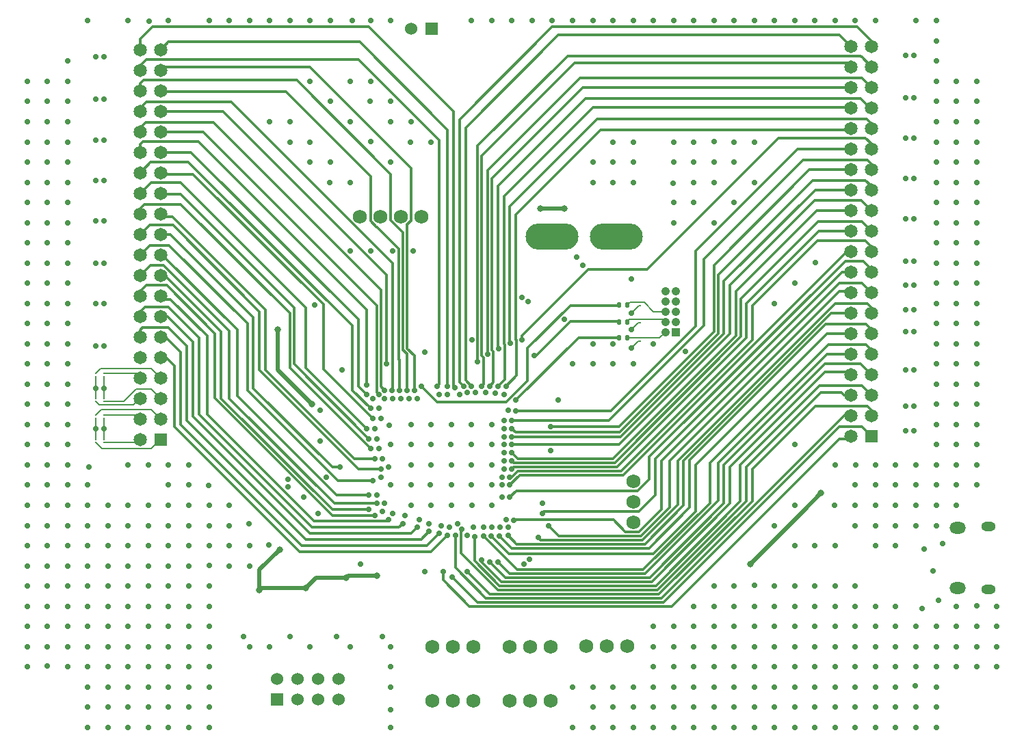
<source format=gbl>
%TF.GenerationSoftware,KiCad,Pcbnew,8.0.8*%
%TF.CreationDate,2025-03-22T13:34:13-05:00*%
%TF.ProjectId,ControllerPCB,436f6e74-726f-46c6-9c65-725043422e6b,rev?*%
%TF.SameCoordinates,Original*%
%TF.FileFunction,Copper,L4,Bot*%
%TF.FilePolarity,Positive*%
%FSLAX46Y46*%
G04 Gerber Fmt 4.6, Leading zero omitted, Abs format (unit mm)*
G04 Created by KiCad (PCBNEW 8.0.8) date 2025-03-22 13:34:13*
%MOMM*%
%LPD*%
G01*
G04 APERTURE LIST*
G04 Aperture macros list*
%AMRoundRect*
0 Rectangle with rounded corners*
0 $1 Rounding radius*
0 $2 $3 $4 $5 $6 $7 $8 $9 X,Y pos of 4 corners*
0 Add a 4 corners polygon primitive as box body*
4,1,4,$2,$3,$4,$5,$6,$7,$8,$9,$2,$3,0*
0 Add four circle primitives for the rounded corners*
1,1,$1+$1,$2,$3*
1,1,$1+$1,$4,$5*
1,1,$1+$1,$6,$7*
1,1,$1+$1,$8,$9*
0 Add four rect primitives between the rounded corners*
20,1,$1+$1,$2,$3,$4,$5,0*
20,1,$1+$1,$4,$5,$6,$7,0*
20,1,$1+$1,$6,$7,$8,$9,0*
20,1,$1+$1,$8,$9,$2,$3,0*%
G04 Aperture macros list end*
%TA.AperFunction,ComponentPad*%
%ADD10R,1.530000X1.530000*%
%TD*%
%TA.AperFunction,ComponentPad*%
%ADD11C,1.530000*%
%TD*%
%TA.AperFunction,ComponentPad*%
%ADD12C,1.752600*%
%TD*%
%TA.AperFunction,ComponentPad*%
%ADD13R,1.060000X1.060000*%
%TD*%
%TA.AperFunction,ComponentPad*%
%ADD14C,1.060000*%
%TD*%
%TA.AperFunction,SMDPad,CuDef*%
%ADD15R,0.280000X0.200000*%
%TD*%
%TA.AperFunction,ComponentPad*%
%ADD16O,6.540000X3.270000*%
%TD*%
%TA.AperFunction,SMDPad,CuDef*%
%ADD17RoundRect,0.135000X-0.135000X-0.185000X0.135000X-0.185000X0.135000X0.185000X-0.135000X0.185000X0*%
%TD*%
%TA.AperFunction,ComponentPad*%
%ADD18R,1.650000X1.650000*%
%TD*%
%TA.AperFunction,ComponentPad*%
%ADD19C,1.650000*%
%TD*%
%TA.AperFunction,HeatsinkPad*%
%ADD20O,1.800000X1.150000*%
%TD*%
%TA.AperFunction,HeatsinkPad*%
%ADD21O,2.000000X1.450000*%
%TD*%
%TA.AperFunction,ViaPad*%
%ADD22C,0.700000*%
%TD*%
%TA.AperFunction,ViaPad*%
%ADD23C,0.800000*%
%TD*%
%TA.AperFunction,Conductor*%
%ADD24C,0.300000*%
%TD*%
%TA.AperFunction,Conductor*%
%ADD25C,0.500000*%
%TD*%
%TA.AperFunction,Conductor*%
%ADD26C,0.200000*%
%TD*%
G04 APERTURE END LIST*
D10*
%TO.P,J201,1,Pin_1*%
%TO.N,/Power/9V+*%
X135020000Y-61000000D03*
D11*
%TO.P,J201,2,Pin_2*%
%TO.N,GND*%
X132480000Y-61000000D03*
%TD*%
D12*
%TO.P,J301,1,Pin_1*%
%TO.N,/MIDI OUT/+3.3V_MIDI_OUT*%
X160000000Y-117000000D03*
%TO.P,J301,2,Pin_2*%
%TO.N,/MIDI OUT/TX_MIDI_OUT*%
X160000000Y-119540000D03*
%TO.P,J301,3,Pin_3*%
%TO.N,GND*%
X160000000Y-122080000D03*
%TD*%
D13*
%TO.P,J108,01,01*%
%TO.N,+3.3V*%
X165250000Y-98540000D03*
D14*
%TO.P,J108,02,02*%
%TO.N,/CONN_SWDIO*%
X163980000Y-98540000D03*
%TO.P,J108,03,03*%
%TO.N,GND*%
X165250000Y-97270000D03*
%TO.P,J108,04,04*%
%TO.N,/CONN_SWCLK*%
X163980000Y-97270000D03*
%TO.P,J108,05,05*%
%TO.N,GND*%
X165250000Y-96000000D03*
%TO.P,J108,06,06*%
%TO.N,/CONN_SWO*%
X163980000Y-96000000D03*
%TO.P,J108,07,07*%
%TO.N,unconnected-(J108-Pad07)*%
X165250000Y-94730000D03*
%TO.P,J108,08,08*%
%TO.N,unconnected-(J108-Pad08)*%
X163980000Y-94730000D03*
%TO.P,J108,09,09*%
%TO.N,GND*%
X165250000Y-93460000D03*
%TO.P,J108,10,10*%
%TO.N,/CONN_NRST*%
X163980000Y-93460000D03*
%TD*%
D15*
%TO.P,D516,1,A1*%
%TO.N,GND*%
X94500000Y-106750000D03*
%TO.P,D516,2,A2*%
%TO.N,input_5*%
X94500000Y-107150000D03*
%TD*%
D16*
%TO.P,J202,2,2*%
%TO.N,GND*%
X157900000Y-86755000D03*
%TO.P,J202,1,1*%
%TO.N,/Power/9V+*%
X150000000Y-86755000D03*
%TD*%
D15*
%TO.P,D519,1,A1*%
%TO.N,GND*%
X94500000Y-111850000D03*
%TO.P,D519,2,A2*%
%TO.N,input_2*%
X94500000Y-112250000D03*
%TD*%
%TO.P,D514,1,A1*%
%TO.N,GND*%
X93500000Y-104100000D03*
%TO.P,D514,2,A2*%
%TO.N,input_7*%
X93500000Y-103700000D03*
%TD*%
D17*
%TO.P,R105,1*%
%TO.N,SWDCLK*%
X158215001Y-97268300D03*
%TO.P,R105,2*%
%TO.N,/CONN_SWCLK*%
X159235001Y-97268300D03*
%TD*%
D18*
%TO.P,J501,1,Pin_1*%
%TO.N,input_41*%
X189500000Y-111440000D03*
D19*
%TO.P,J501,2,Pin_2*%
%TO.N,input_42*%
X186960000Y-111440000D03*
%TO.P,J501,3,Pin_3*%
%TO.N,input_43*%
X189500000Y-108900000D03*
%TO.P,J501,4,Pin_4*%
%TO.N,input_44*%
X186960000Y-108900000D03*
%TO.P,J501,5,Pin_5*%
%TO.N,input_45*%
X189500000Y-106360000D03*
%TO.P,J501,6,Pin_6*%
%TO.N,input_46*%
X186960000Y-106360000D03*
%TO.P,J501,7,Pin_7*%
%TO.N,input_47*%
X189500000Y-103820000D03*
%TO.P,J501,8,Pin_8*%
%TO.N,input_48*%
X186960000Y-103820000D03*
%TO.P,J501,9,Pin_9*%
%TO.N,input_49*%
X189500000Y-101280000D03*
%TO.P,J501,10,Pin_10*%
%TO.N,input_50*%
X186960000Y-101280000D03*
%TO.P,J501,11,Pin_11*%
%TO.N,input_51*%
X189500000Y-98740000D03*
%TO.P,J501,12,Pin_12*%
%TO.N,input_52*%
X186960000Y-98740000D03*
%TO.P,J501,13,Pin_13*%
%TO.N,input_53*%
X189500000Y-96200000D03*
%TO.P,J501,14,Pin_14*%
%TO.N,input_54*%
X186960000Y-96200000D03*
%TO.P,J501,15,Pin_15*%
%TO.N,input_55*%
X189500000Y-93660000D03*
%TO.P,J501,16,Pin_16*%
%TO.N,input_56*%
X186960000Y-93660000D03*
%TO.P,J501,17,Pin_17*%
%TO.N,input_57*%
X189500000Y-91120000D03*
%TO.P,J501,18,Pin_18*%
%TO.N,input_58*%
X186960000Y-91120000D03*
%TO.P,J501,19,Pin_19*%
%TO.N,input_59*%
X189500000Y-88580000D03*
%TO.P,J501,20,Pin_20*%
%TO.N,input_60*%
X186960000Y-88580000D03*
%TO.P,J501,21,Pin_21*%
%TO.N,input_61*%
X189500000Y-86040000D03*
%TO.P,J501,22,Pin_22*%
%TO.N,input_62*%
X186960000Y-86040000D03*
%TO.P,J501,23,Pin_23*%
%TO.N,input_63*%
X189500000Y-83500000D03*
%TO.P,J501,24,Pin_24*%
%TO.N,input_64*%
X186960000Y-83500000D03*
%TO.P,J501,25,Pin_25*%
%TO.N,input_65*%
X189500000Y-80960000D03*
%TO.P,J501,26,Pin_26*%
%TO.N,input_66*%
X186960000Y-80960000D03*
%TO.P,J501,27,Pin_27*%
%TO.N,input_67*%
X189500000Y-78420000D03*
%TO.P,J501,28,Pin_28*%
%TO.N,input_68*%
X186960000Y-78420000D03*
%TO.P,J501,29,Pin_29*%
%TO.N,input_69*%
X189500000Y-75880000D03*
%TO.P,J501,30,Pin_30*%
%TO.N,input_70*%
X186960000Y-75880000D03*
%TO.P,J501,31,Pin_31*%
%TO.N,input_71*%
X189500000Y-73340000D03*
%TO.P,J501,32,Pin_32*%
%TO.N,input_72*%
X186960000Y-73340000D03*
%TO.P,J501,33,Pin_33*%
%TO.N,input_73*%
X189500000Y-70800000D03*
%TO.P,J501,34,Pin_34*%
%TO.N,input_74*%
X186960000Y-70800000D03*
%TO.P,J501,35,Pin_35*%
%TO.N,input_75*%
X189500000Y-68260000D03*
%TO.P,J501,36,Pin_36*%
%TO.N,input_76*%
X186960000Y-68260000D03*
%TO.P,J501,37,Pin_37*%
%TO.N,input_77*%
X189500000Y-65720000D03*
%TO.P,J501,38,Pin_38*%
%TO.N,input_78*%
X186960000Y-65720000D03*
%TO.P,J501,39,Pin_39*%
%TO.N,input_79*%
X189500000Y-63180000D03*
%TO.P,J501,40,Pin_40*%
%TO.N,input_80*%
X186960000Y-63180000D03*
%TD*%
D17*
%TO.P,R106,1*%
%TO.N,SWO*%
X158215001Y-95230000D03*
%TO.P,R106,2*%
%TO.N,/CONN_SWO*%
X159235001Y-95230000D03*
%TD*%
D15*
%TO.P,D515,1,A1*%
%TO.N,GND*%
X93500000Y-106750000D03*
%TO.P,D515,2,A2*%
%TO.N,input_6*%
X93500000Y-107150000D03*
%TD*%
D12*
%TO.P,J102,1,Pin_1*%
%TO.N,/Conn_String_1*%
X133790000Y-84250000D03*
%TO.P,J102,2,Pin_2*%
%TO.N,/Conn_String_2*%
X131250000Y-84250000D03*
%TO.P,J102,3,Pin_3*%
%TO.N,/Conn_String_3*%
X128710000Y-84250000D03*
%TO.P,J102,4,Pin_4*%
%TO.N,/Conn_String_4*%
X126170000Y-84250000D03*
%TD*%
D17*
%TO.P,R104,1*%
%TO.N,SWDIO*%
X158215001Y-99268300D03*
%TO.P,R104,2*%
%TO.N,/CONN_SWDIO*%
X159235001Y-99268300D03*
%TD*%
D15*
%TO.P,D107,1,A1*%
%TO.N,GND*%
X160875001Y-97400000D03*
%TO.P,D107,2,A2*%
%TO.N,/CONN_SWCLK*%
X160875001Y-97000000D03*
%TD*%
D20*
%TO.P,J107,6,Shield*%
%TO.N,unconnected-(J107-Shield-Pad6)_3*%
X204000000Y-122630000D03*
D21*
%TO.N,unconnected-(J107-Shield-Pad6)_1*%
X200200000Y-122780000D03*
%TO.N,unconnected-(J107-Shield-Pad6)_2*%
X200200000Y-130230000D03*
D20*
%TO.N,unconnected-(J107-Shield-Pad6)*%
X204000000Y-130380000D03*
%TD*%
D12*
%TO.P,J104,1,Pin_1*%
%TO.N,+3.3V*%
X149750000Y-137484399D03*
%TO.P,J104,2,Pin_2*%
%TO.N,ADC_MIDI_Ch*%
X147210000Y-137484399D03*
%TO.P,J104,3,Pin_3*%
%TO.N,GND*%
X144670000Y-137484399D03*
%TD*%
D15*
%TO.P,D517,1,A1*%
%TO.N,GND*%
X94500000Y-109250000D03*
%TO.P,D517,2,A2*%
%TO.N,input_4*%
X94500000Y-108850000D03*
%TD*%
%TO.P,D518,2,A2*%
%TO.N,input_3*%
X93500000Y-108850000D03*
%TO.P,D518,1,A1*%
%TO.N,GND*%
X93500000Y-109250000D03*
%TD*%
D10*
%TO.P,J101,1,Pin_1*%
%TO.N,ADC_String_1*%
X115910000Y-144024399D03*
D11*
%TO.P,J101,2,Pin_2*%
%TO.N,GND*%
X115910000Y-141484399D03*
%TO.P,J101,3,Pin_3*%
%TO.N,ADC_String_2*%
X118450000Y-144024399D03*
%TO.P,J101,4,Pin_4*%
%TO.N,GND*%
X118450000Y-141484399D03*
%TO.P,J101,5,Pin_5*%
%TO.N,ADC_String_3*%
X120990000Y-144024399D03*
%TO.P,J101,6,Pin_6*%
%TO.N,GND*%
X120990000Y-141484399D03*
%TO.P,J101,7,Pin_7*%
%TO.N,ADC_String_4*%
X123530000Y-144024399D03*
%TO.P,J101,8,Pin_8*%
%TO.N,GND*%
X123530000Y-141484399D03*
%TD*%
D12*
%TO.P,J103,1,Pin_1*%
%TO.N,+3.3V*%
X140256600Y-137484399D03*
%TO.P,J103,2,Pin_2*%
%TO.N,ADC_Octave*%
X137716600Y-137484399D03*
%TO.P,J103,3,Pin_3*%
%TO.N,GND*%
X135176600Y-137484399D03*
%TD*%
D15*
%TO.P,D104,1,A1*%
%TO.N,GND*%
X160875001Y-95280000D03*
%TO.P,D104,2,A2*%
%TO.N,/CONN_SWO*%
X160875001Y-94880000D03*
%TD*%
D12*
%TO.P,J105,1,Pin_1*%
%TO.N,+3.3V*%
X140256600Y-144234399D03*
%TO.P,J105,2,Pin_2*%
%TO.N,ADC_Mode*%
X137716600Y-144234399D03*
%TO.P,J105,3,Pin_3*%
%TO.N,GND*%
X135176600Y-144234399D03*
%TD*%
%TO.P,J109,1,Pin_1*%
%TO.N,+3.3V*%
X149750000Y-144250000D03*
%TO.P,J109,2,Pin_2*%
%TO.N,ADC_Bend*%
X147210000Y-144250000D03*
%TO.P,J109,3,Pin_3*%
%TO.N,GND*%
X144670000Y-144250000D03*
%TD*%
D15*
%TO.P,D520,1,A1*%
%TO.N,GND*%
X93500000Y-111850000D03*
%TO.P,D520,2,A2*%
%TO.N,input_1*%
X93500000Y-112250000D03*
%TD*%
D18*
%TO.P,J502,1,Pin_1*%
%TO.N,input_1*%
X101500000Y-111850000D03*
D19*
%TO.P,J502,2,Pin_2*%
%TO.N,input_2*%
X98960000Y-111850000D03*
%TO.P,J502,3,Pin_3*%
%TO.N,input_3*%
X101500000Y-109310000D03*
%TO.P,J502,4,Pin_4*%
%TO.N,input_4*%
X98960000Y-109310000D03*
%TO.P,J502,5,Pin_5*%
%TO.N,input_5*%
X101500000Y-106770000D03*
%TO.P,J502,6,Pin_6*%
%TO.N,input_6*%
X98960000Y-106770000D03*
%TO.P,J502,7,Pin_7*%
%TO.N,input_7*%
X101500000Y-104230000D03*
%TO.P,J502,8,Pin_8*%
%TO.N,input_8*%
X98960000Y-104230000D03*
%TO.P,J502,9,Pin_9*%
%TO.N,input_9*%
X101500000Y-101690000D03*
%TO.P,J502,10,Pin_10*%
%TO.N,input_10*%
X98960000Y-101690000D03*
%TO.P,J502,11,Pin_11*%
%TO.N,input_11*%
X101500000Y-99150000D03*
%TO.P,J502,12,Pin_12*%
%TO.N,input_12*%
X98960000Y-99150000D03*
%TO.P,J502,13,Pin_13*%
%TO.N,input_13*%
X101500000Y-96610000D03*
%TO.P,J502,14,Pin_14*%
%TO.N,input_14*%
X98960000Y-96610000D03*
%TO.P,J502,15,Pin_15*%
%TO.N,input_15*%
X101500000Y-94070000D03*
%TO.P,J502,16,Pin_16*%
%TO.N,input_16*%
X98960000Y-94070000D03*
%TO.P,J502,17,Pin_17*%
%TO.N,input_17*%
X101500000Y-91530000D03*
%TO.P,J502,18,Pin_18*%
%TO.N,input_18*%
X98960000Y-91530000D03*
%TO.P,J502,19,Pin_19*%
%TO.N,input_19*%
X101500000Y-88990000D03*
%TO.P,J502,20,Pin_20*%
%TO.N,input_20*%
X98960000Y-88990000D03*
%TO.P,J502,21,Pin_21*%
%TO.N,input_21*%
X101500000Y-86450000D03*
%TO.P,J502,22,Pin_22*%
%TO.N,input_22*%
X98960000Y-86450000D03*
%TO.P,J502,23,Pin_23*%
%TO.N,input_23*%
X101500000Y-83910000D03*
%TO.P,J502,24,Pin_24*%
%TO.N,input_24*%
X98960000Y-83910000D03*
%TO.P,J502,25,Pin_25*%
%TO.N,input_25*%
X101500000Y-81370000D03*
%TO.P,J502,26,Pin_26*%
%TO.N,input_26*%
X98960000Y-81370000D03*
%TO.P,J502,27,Pin_27*%
%TO.N,input_27*%
X101500000Y-78830000D03*
%TO.P,J502,28,Pin_28*%
%TO.N,input_28*%
X98960000Y-78830000D03*
%TO.P,J502,29,Pin_29*%
%TO.N,input_29*%
X101500000Y-76290000D03*
%TO.P,J502,30,Pin_30*%
%TO.N,input_30*%
X98960000Y-76290000D03*
%TO.P,J502,31,Pin_31*%
%TO.N,input_31*%
X101500000Y-73750000D03*
%TO.P,J502,32,Pin_32*%
%TO.N,input_32*%
X98960000Y-73750000D03*
%TO.P,J502,33,Pin_33*%
%TO.N,input_33*%
X101500000Y-71210000D03*
%TO.P,J502,34,Pin_34*%
%TO.N,input_34*%
X98960000Y-71210000D03*
%TO.P,J502,35,Pin_35*%
%TO.N,input_35*%
X101500000Y-68670000D03*
%TO.P,J502,36,Pin_36*%
%TO.N,input_36*%
X98960000Y-68670000D03*
%TO.P,J502,37,Pin_37*%
%TO.N,input_37*%
X101500000Y-66130000D03*
%TO.P,J502,38,Pin_38*%
%TO.N,input_38*%
X98960000Y-66130000D03*
%TO.P,J502,39,Pin_39*%
%TO.N,input_39*%
X101500000Y-63590000D03*
%TO.P,J502,40,Pin_40*%
%TO.N,input_40*%
X98960000Y-63590000D03*
%TD*%
D15*
%TO.P,D513,1,A1*%
%TO.N,GND*%
X94500000Y-104100000D03*
%TO.P,D513,2,A2*%
%TO.N,input_8*%
X94500000Y-103700000D03*
%TD*%
D12*
%TO.P,J106,1,Pin_1*%
%TO.N,+3.3V*%
X159256600Y-137468798D03*
%TO.P,J106,2,Pin_2*%
%TO.N,ADC_Slider*%
X156716600Y-137468798D03*
%TO.P,J106,3,Pin_3*%
%TO.N,GND*%
X154176600Y-137468798D03*
%TD*%
D15*
%TO.P,D111,1,A1*%
%TO.N,GND*%
X160875001Y-99650000D03*
%TO.P,D111,2,A2*%
%TO.N,/CONN_SWDIO*%
X160875001Y-99250000D03*
%TD*%
D22*
%TO.N,GND*%
X126250000Y-127250000D03*
X148750000Y-119750000D03*
X149750000Y-113250000D03*
X150750000Y-107000000D03*
X119250000Y-119000000D03*
X123250000Y-136250000D03*
X117500000Y-136250000D03*
X111750000Y-136250000D03*
X129000000Y-136250000D03*
X140025000Y-99500000D03*
X134250000Y-128250000D03*
X134750000Y-122250000D03*
X121000000Y-121000000D03*
X142500000Y-120000000D03*
X140070378Y-119987586D03*
X137500000Y-120000000D03*
X135000000Y-120000000D03*
X132500000Y-120000000D03*
X130000000Y-117500000D03*
X132500000Y-117500000D03*
X134909264Y-117477408D03*
X137500000Y-117500000D03*
X140000000Y-117500000D03*
X142500000Y-117500000D03*
X142500000Y-115000000D03*
X140000000Y-115000000D03*
X137500000Y-115000000D03*
X135000000Y-115000000D03*
X132500000Y-115000000D03*
X130000000Y-112500000D03*
X132500000Y-112500000D03*
X135000000Y-112500000D03*
X137466362Y-112480511D03*
X140000000Y-112500000D03*
X142500000Y-112500000D03*
X142500000Y-110000000D03*
X140000000Y-110000000D03*
X137494975Y-109994975D03*
X135003103Y-109993793D03*
X132516384Y-110017252D03*
X129818529Y-110087631D03*
X102500000Y-60000000D03*
X100089121Y-60028921D03*
X97482498Y-60008068D03*
X97500000Y-115000000D03*
X100000000Y-115000000D03*
X102500000Y-115000000D03*
X105000000Y-115000000D03*
X107476540Y-117510178D03*
X105013281Y-117486718D03*
X102500000Y-117500000D03*
X92673527Y-115234596D03*
X92500000Y-117500000D03*
X192500000Y-115000000D03*
X190000000Y-115000000D03*
X187570378Y-114989821D03*
X185000000Y-115000000D03*
X180000000Y-112500000D03*
X177500000Y-122500000D03*
X180000000Y-120000000D03*
X162500000Y-100000000D03*
X157479643Y-100036741D03*
X155000000Y-100000000D03*
X152500000Y-102500000D03*
X155000000Y-102500000D03*
X157500000Y-102500000D03*
X160000000Y-102500000D03*
X182514149Y-89916339D03*
X180000000Y-92500000D03*
X177500000Y-95000000D03*
X170000000Y-85000000D03*
X172500000Y-82500000D03*
X175000000Y-80000000D03*
X165000000Y-85000000D03*
X165000000Y-82500000D03*
X167500000Y-82500000D03*
X170007074Y-79996896D03*
X167500000Y-80000000D03*
X164916339Y-80090735D03*
X160000000Y-80000000D03*
X157500000Y-80000000D03*
X155000000Y-80000000D03*
X155000000Y-77500000D03*
X157500000Y-77500000D03*
X160000000Y-77500000D03*
X165000000Y-77500000D03*
X167500000Y-77500000D03*
X170000000Y-77500000D03*
X172500000Y-77500000D03*
X175000000Y-75000000D03*
X172500000Y-75000000D03*
X170030534Y-74976540D03*
X167500000Y-75000000D03*
X165000000Y-75000000D03*
X160000000Y-75000000D03*
X157500000Y-75000000D03*
X135003103Y-75033637D03*
X132500000Y-72500000D03*
X130000000Y-70000000D03*
X127500000Y-67500000D03*
X125000000Y-67500000D03*
X127437379Y-69966362D03*
X130000000Y-72500000D03*
X132469465Y-75068827D03*
X130000000Y-77500000D03*
X127507758Y-74998448D03*
X120000000Y-67500000D03*
X122546051Y-69966362D03*
X125000000Y-72500000D03*
X125000000Y-80000000D03*
X122475672Y-80030534D03*
X122500000Y-77500000D03*
X120000000Y-77500000D03*
X120000000Y-75000000D03*
X117500000Y-75000000D03*
X117500000Y-72500000D03*
X115000000Y-72500000D03*
X190000000Y-60000000D03*
X187501735Y-59984360D03*
X185000000Y-60000000D03*
X182500000Y-60000000D03*
X180000000Y-60000000D03*
X177500000Y-60000000D03*
X175000000Y-60000000D03*
X172500000Y-60000000D03*
X170000000Y-60000000D03*
X167500000Y-60000000D03*
X165058710Y-59999999D03*
X162500000Y-60000000D03*
X160000000Y-60000000D03*
X157500000Y-60000000D03*
X155000000Y-60000000D03*
X152500000Y-60000000D03*
X150000000Y-60000000D03*
X147500000Y-60000000D03*
X145000000Y-60000000D03*
X142500000Y-60000000D03*
X140000000Y-60000000D03*
X130000000Y-60000000D03*
X127500000Y-60000000D03*
X125197171Y-59966362D03*
X122500000Y-60000000D03*
X120000000Y-60000000D03*
X117500000Y-60000000D03*
X115000000Y-60000000D03*
X112500000Y-60000000D03*
X110000000Y-60000000D03*
X107500000Y-60000000D03*
X92500000Y-60000000D03*
X89982002Y-64984360D03*
X197500000Y-147500000D03*
X197500000Y-145000000D03*
X197500000Y-142500000D03*
X197500000Y-62500000D03*
X197500000Y-60000000D03*
X195000000Y-60000000D03*
X197500000Y-65000000D03*
X197557097Y-122513281D03*
X195000000Y-122500000D03*
X192500000Y-122500000D03*
X190000000Y-122500000D03*
X187500000Y-122500000D03*
X195000000Y-115000000D03*
X195000000Y-117500000D03*
X187500000Y-117500000D03*
X190000000Y-117500000D03*
X192500000Y-117500000D03*
X200000000Y-120000000D03*
X197500000Y-120000000D03*
X195000000Y-120000000D03*
X192500000Y-120000000D03*
X190000000Y-120000000D03*
X187500000Y-120000000D03*
X184935827Y-119979643D03*
X180000000Y-125000000D03*
X182500000Y-125000000D03*
X185000000Y-125000000D03*
X190000000Y-125000000D03*
X192500000Y-125000000D03*
X195000000Y-147500000D03*
X195000000Y-145000000D03*
X194894370Y-142343602D03*
X202500000Y-140000000D03*
X205000000Y-140000000D03*
X205000000Y-137500000D03*
X202500000Y-137500000D03*
X202500000Y-135000000D03*
X205000000Y-135000000D03*
X205000000Y-132500000D03*
X202553993Y-132484360D03*
X200000000Y-132500000D03*
X192500000Y-132500000D03*
X190000000Y-132500000D03*
X187500000Y-132500000D03*
X187500000Y-130000000D03*
X185000000Y-130000000D03*
X185000000Y-132500000D03*
X182500000Y-132500000D03*
X182500000Y-130000000D03*
X180000000Y-130000000D03*
X180000000Y-132500000D03*
X177500000Y-132500000D03*
X177500000Y-130000000D03*
X174987586Y-129938931D03*
X175000000Y-132500000D03*
X172500000Y-132500000D03*
X172500000Y-130000000D03*
X170000000Y-130000000D03*
X170000000Y-132500000D03*
X167500000Y-132500000D03*
X162500000Y-135000000D03*
X162500000Y-137500000D03*
X162500000Y-140000000D03*
X152500000Y-147500000D03*
X152500000Y-142500000D03*
X87491189Y-139862345D03*
X85000000Y-140000000D03*
X85000000Y-137500000D03*
X87500000Y-137500000D03*
X90000000Y-137500000D03*
X90000000Y-140000000D03*
X115000000Y-137500000D03*
X112500000Y-137500000D03*
X120000000Y-137500000D03*
X125000000Y-137500000D03*
X114895983Y-124895983D03*
X130000000Y-137500000D03*
X130000000Y-140000000D03*
X130000000Y-142500000D03*
X129971017Y-145350868D03*
X130000000Y-147500000D03*
X107500000Y-147500000D03*
X107500000Y-145000000D03*
X107500000Y-142500000D03*
X107500000Y-140000000D03*
X107500000Y-137500000D03*
X107500000Y-135000000D03*
X107500000Y-132500000D03*
X107500000Y-130000000D03*
X107537766Y-127457052D03*
X110000000Y-127500000D03*
X112500000Y-127500000D03*
X112446689Y-122284208D03*
X112500000Y-125000000D03*
X110000000Y-125000000D03*
X107500000Y-125000000D03*
X107500000Y-122500000D03*
X110000000Y-122500000D03*
X110018620Y-119961707D03*
X107500000Y-120000000D03*
X200000000Y-107500000D03*
X200000000Y-115000000D03*
X200000000Y-110000000D03*
X197500000Y-110000000D03*
X202500000Y-110000000D03*
X202500000Y-115000000D03*
X202500000Y-112500000D03*
X200000000Y-112500000D03*
X197500000Y-115000000D03*
X197500000Y-117500000D03*
X202500000Y-67500000D03*
X200000000Y-117500000D03*
X197500000Y-72500000D03*
X202500000Y-70000000D03*
X197500000Y-97500000D03*
X200000000Y-70000000D03*
X197500000Y-70000000D03*
X200000000Y-85000000D03*
X202500000Y-82500000D03*
X197500000Y-85000000D03*
X202500000Y-75000000D03*
X200000000Y-75000000D03*
X200000000Y-82500000D03*
X197500000Y-77500000D03*
X202500000Y-85000000D03*
X200000000Y-77500000D03*
X202500000Y-72500000D03*
X197500000Y-75000000D03*
X200000000Y-72500000D03*
X202500000Y-117500000D03*
X197500000Y-95000000D03*
X200000000Y-87500000D03*
X197500000Y-80000000D03*
X200000000Y-92500000D03*
X197500000Y-87500000D03*
X202500000Y-77500000D03*
X200000000Y-80000000D03*
X202500000Y-80000000D03*
X197500000Y-82500000D03*
X202500000Y-97500000D03*
X197500000Y-102500000D03*
X200000000Y-100000000D03*
X202500000Y-105000000D03*
X200000000Y-105000000D03*
X202500000Y-102500000D03*
X197500000Y-105000000D03*
X200000000Y-97500000D03*
X197500000Y-100000000D03*
X200000000Y-102500000D03*
X202500000Y-100000000D03*
X200000000Y-90000000D03*
X202500000Y-87500000D03*
X202500000Y-95000000D03*
X197500000Y-90000000D03*
X197500000Y-92500000D03*
X202500000Y-92500000D03*
X200000000Y-95000000D03*
X197500000Y-107500000D03*
X202500000Y-90000000D03*
X197500000Y-112500000D03*
X202500000Y-107500000D03*
X200000000Y-67500000D03*
X197500000Y-67500000D03*
X192500000Y-135000000D03*
X197500000Y-140000000D03*
X195000000Y-135000000D03*
X195000000Y-137500000D03*
X195000000Y-140000000D03*
X200000000Y-135000000D03*
X200000000Y-137500000D03*
X197500000Y-135000000D03*
X200000000Y-140000000D03*
X197500000Y-137500000D03*
X192500000Y-137500000D03*
X192500000Y-140000000D03*
X182500000Y-135000000D03*
X187500000Y-140000000D03*
X185000000Y-135000000D03*
X185000000Y-137500000D03*
X185000000Y-140000000D03*
X190000000Y-135000000D03*
X190000000Y-137500000D03*
X187500000Y-135000000D03*
X190000000Y-140000000D03*
X187500000Y-137500000D03*
X182500000Y-137500000D03*
X182500000Y-140000000D03*
X177500000Y-140000000D03*
X175000000Y-135000000D03*
X175000000Y-137500000D03*
X175000000Y-140000000D03*
X180000000Y-135000000D03*
X180000000Y-137500000D03*
X177500000Y-135000000D03*
X180000000Y-140000000D03*
X177500000Y-137500000D03*
X172500000Y-140000000D03*
X165000000Y-135000000D03*
X170000000Y-140000000D03*
X167500000Y-135000000D03*
X167500000Y-137500000D03*
X167500000Y-140000000D03*
X172500000Y-137500000D03*
X170000000Y-135000000D03*
X170000000Y-137500000D03*
X165000000Y-137500000D03*
X165000000Y-140000000D03*
X185000000Y-142500000D03*
X190000000Y-147500000D03*
X187500000Y-142500000D03*
X187500000Y-145000000D03*
X187500000Y-147500000D03*
X192500000Y-142500000D03*
X192500000Y-145000000D03*
X190000000Y-142500000D03*
X192500000Y-147500000D03*
X190000000Y-145000000D03*
X185000000Y-145000000D03*
X185000000Y-147500000D03*
X175000000Y-142500000D03*
X180000000Y-147500000D03*
X177500000Y-142500000D03*
X177500000Y-145000000D03*
X177500000Y-147500000D03*
X182500000Y-142500000D03*
X182500000Y-145000000D03*
X180000000Y-142500000D03*
X182500000Y-147500000D03*
X180000000Y-145000000D03*
X175000000Y-145000000D03*
X175000000Y-147500000D03*
X165000000Y-142500000D03*
X170000000Y-147500000D03*
X167500000Y-142500000D03*
X167500000Y-145000000D03*
X167500000Y-147500000D03*
X172500000Y-142500000D03*
X172500000Y-145000000D03*
X170000000Y-142500000D03*
X172500000Y-147500000D03*
X170000000Y-145000000D03*
X165000000Y-145000000D03*
X165000000Y-147500000D03*
X155000000Y-142500000D03*
X160000000Y-147500000D03*
X157500000Y-142500000D03*
X157500000Y-145000000D03*
X157500000Y-147500000D03*
X162500000Y-142500000D03*
X162500000Y-145000000D03*
X160000000Y-142500000D03*
X162500000Y-147500000D03*
X160000000Y-145000000D03*
X155000000Y-145000000D03*
X155000000Y-147500000D03*
X105000000Y-140000000D03*
X100000000Y-145000000D03*
X105000000Y-142500000D03*
X102500000Y-142500000D03*
X100000000Y-142500000D03*
X105000000Y-147500000D03*
X102500000Y-147500000D03*
X105000000Y-145000000D03*
X100000000Y-147500000D03*
X102500000Y-145000000D03*
X102500000Y-140000000D03*
X100000000Y-140000000D03*
X97500000Y-140000000D03*
X92500000Y-145000000D03*
X97500000Y-142500000D03*
X95000000Y-142500000D03*
X92500000Y-142500000D03*
X97500000Y-147500000D03*
X95000000Y-147500000D03*
X97500000Y-145000000D03*
X92500000Y-147500000D03*
X95000000Y-145000000D03*
X95000000Y-140000000D03*
X92500000Y-140000000D03*
X105000000Y-130000000D03*
X100000000Y-135000000D03*
X105000000Y-132500000D03*
X102500000Y-132500000D03*
X100000000Y-132500000D03*
X105000000Y-137500000D03*
X102500000Y-137500000D03*
X105000000Y-135000000D03*
X100000000Y-137500000D03*
X102500000Y-135000000D03*
X102500000Y-130000000D03*
X100000000Y-130000000D03*
X97500000Y-130000000D03*
X92500000Y-135000000D03*
X97500000Y-132500000D03*
X95000000Y-132500000D03*
X92500000Y-132500000D03*
X97500000Y-137500000D03*
X95000000Y-137500000D03*
X97500000Y-135000000D03*
X92500000Y-137500000D03*
X95000000Y-135000000D03*
X95000000Y-130000000D03*
X92500000Y-130000000D03*
X105000000Y-120000000D03*
X100000000Y-125000000D03*
X105000000Y-122500000D03*
X102500000Y-122500000D03*
X100000000Y-122500000D03*
X105000000Y-127500000D03*
X102500000Y-127500000D03*
X105000000Y-125000000D03*
X100000000Y-127500000D03*
X102500000Y-125000000D03*
X102500000Y-120000000D03*
X100000000Y-120000000D03*
X97500000Y-120000000D03*
X92500000Y-125000000D03*
X97500000Y-122500000D03*
X95000000Y-122500000D03*
X92500000Y-122500000D03*
X97500000Y-127500000D03*
X95000000Y-127500000D03*
X97500000Y-125000000D03*
X92500000Y-127500000D03*
X95000000Y-125000000D03*
X95000000Y-120000000D03*
X92500000Y-120000000D03*
X90000000Y-127500000D03*
X85000000Y-132500000D03*
X90000000Y-130000000D03*
X87500000Y-130000000D03*
X85000000Y-130000000D03*
X90000000Y-135000000D03*
X87500000Y-135000000D03*
X90000000Y-132500000D03*
X85000000Y-135000000D03*
X87500000Y-132500000D03*
X87500000Y-127500000D03*
X85000000Y-127500000D03*
X90000000Y-117500000D03*
X85000000Y-122500000D03*
X90000000Y-120000000D03*
X87500000Y-120000000D03*
X85000000Y-120000000D03*
X90000000Y-125000000D03*
X87500000Y-125000000D03*
X90000000Y-122500000D03*
X85000000Y-125000000D03*
X87500000Y-122500000D03*
X87500000Y-117500000D03*
X85000000Y-117500000D03*
X90000000Y-107500000D03*
X85000000Y-112500000D03*
X90000000Y-110000000D03*
X87500000Y-110000000D03*
X85000000Y-110000000D03*
X90000000Y-115000000D03*
X87500000Y-115000000D03*
X90000000Y-112500000D03*
X85000000Y-115000000D03*
X87500000Y-112500000D03*
X87500000Y-107500000D03*
X85000000Y-107500000D03*
X90000000Y-97500000D03*
X85000000Y-102500000D03*
X90000000Y-100000000D03*
X87500000Y-100000000D03*
X85000000Y-100000000D03*
X90000000Y-105000000D03*
X87500000Y-105000000D03*
X90000000Y-102500000D03*
X85000000Y-105000000D03*
X87500000Y-102500000D03*
X87500000Y-97500000D03*
X85000000Y-97500000D03*
X90000000Y-87500000D03*
X85000000Y-92500000D03*
X90000000Y-90000000D03*
X87500000Y-90000000D03*
X85000000Y-90000000D03*
X90000000Y-95000000D03*
X87500000Y-95000000D03*
X90000000Y-92500000D03*
X85000000Y-95000000D03*
X87500000Y-92500000D03*
X87500000Y-87500000D03*
X85000000Y-87500000D03*
X90000000Y-77500000D03*
X85000000Y-82500000D03*
X90000000Y-80000000D03*
X87500000Y-80000000D03*
X85000000Y-80000000D03*
X90000000Y-85000000D03*
X87500000Y-85000000D03*
X90000000Y-82500000D03*
X85000000Y-85000000D03*
X87500000Y-82500000D03*
X87500000Y-77500000D03*
X85000000Y-77500000D03*
X90000000Y-75000000D03*
X87500000Y-75000000D03*
X85000000Y-75000000D03*
X87500000Y-72500000D03*
X90000000Y-72500000D03*
X85000000Y-72500000D03*
X90000000Y-70000000D03*
X87500000Y-70000000D03*
X85000000Y-70000000D03*
X90000000Y-67500000D03*
X87500000Y-67500000D03*
X85000000Y-67500000D03*
X144500000Y-108250000D03*
X144000000Y-109500000D03*
X144000000Y-110500000D03*
X144000000Y-111500000D03*
X144000000Y-112500000D03*
X144000000Y-113500000D03*
X144000000Y-114500000D03*
X144000000Y-115500000D03*
X143750000Y-116500000D03*
X143750000Y-117500000D03*
X143750000Y-119000000D03*
X144250000Y-121750000D03*
X144500000Y-122750000D03*
X143500000Y-122750000D03*
X142500000Y-122750000D03*
X141500000Y-122750000D03*
X140250000Y-122750000D03*
X138250000Y-122250000D03*
X137250000Y-122750000D03*
X136250000Y-122500000D03*
X133500000Y-121750000D03*
X131750000Y-121250000D03*
X130250000Y-121000000D03*
X129000000Y-120750000D03*
X129250000Y-119750000D03*
X128250000Y-118750000D03*
X128750000Y-116500000D03*
X129750000Y-115250000D03*
X129000000Y-114250000D03*
X128500000Y-113000000D03*
X128250000Y-111750000D03*
X128000000Y-110500000D03*
X128750000Y-109250000D03*
X128500000Y-108000000D03*
X144000000Y-106250000D03*
X142965394Y-106103817D03*
X141750000Y-106000000D03*
X140500000Y-106000000D03*
X139500000Y-106000000D03*
X138500000Y-106250000D03*
X137000000Y-106250000D03*
X136000000Y-106250000D03*
X133250000Y-106750000D03*
X132250000Y-106750000D03*
X131250000Y-106750000D03*
X130250000Y-106750000D03*
X129250000Y-106750000D03*
X127750000Y-106750000D03*
D23*
%TO.N,+3.3V*%
X120250000Y-107500000D03*
X116000000Y-98250000D03*
X116250000Y-125500000D03*
X113750000Y-130500000D03*
X119500000Y-130250000D03*
X124500000Y-129000000D03*
X128250000Y-128750000D03*
X174500000Y-127250000D03*
X183250000Y-118500000D03*
X151500000Y-83250000D03*
X148500000Y-83250000D03*
D22*
%TO.N,GND*%
X94500000Y-64500000D03*
X93500000Y-64500000D03*
X94500000Y-69750000D03*
X93500000Y-69750000D03*
X94500000Y-74750000D03*
X93500000Y-74750000D03*
X94500000Y-79750000D03*
X93500000Y-79750000D03*
X94500000Y-84750000D03*
X93500000Y-84750000D03*
X94500000Y-90000000D03*
X93500000Y-90000000D03*
X94500000Y-95000000D03*
X93500000Y-95000000D03*
X94500000Y-100250000D03*
X93500000Y-100250000D03*
X94500000Y-105500000D03*
X93500000Y-105500000D03*
X94500000Y-110500000D03*
X93500000Y-110500000D03*
X194750000Y-64250000D03*
X193750000Y-64250000D03*
X194750000Y-69500000D03*
X193750000Y-69500000D03*
X194750000Y-74500000D03*
X193750000Y-74500000D03*
X194750000Y-79500000D03*
X193750000Y-79500000D03*
X194750000Y-84500000D03*
X193750000Y-84500000D03*
X194750000Y-110750000D03*
X193750000Y-110750000D03*
X194750000Y-107750000D03*
X193750000Y-107750000D03*
X194750000Y-103250000D03*
X193750000Y-103250000D03*
X194750000Y-98500000D03*
X193750000Y-98500000D03*
X194750000Y-95750000D03*
X194750000Y-89750000D03*
X193750000Y-89750000D03*
X194750000Y-92750000D03*
X193750000Y-92750000D03*
X193750000Y-95750000D03*
X159750000Y-100500000D03*
X159750000Y-92000000D03*
X159750000Y-96250000D03*
X159750000Y-98250000D03*
X195800000Y-132755000D03*
X121250000Y-108250000D03*
X197805000Y-131755000D03*
X196050000Y-125425000D03*
X153000000Y-89250000D03*
X151500000Y-97000000D03*
X120550000Y-95212500D03*
X153750000Y-90250000D03*
X122000000Y-116500000D03*
X117250000Y-117750000D03*
X124000000Y-103250000D03*
X147180000Y-126680000D03*
X166500000Y-100980000D03*
X121250000Y-112000000D03*
X197075000Y-128100000D03*
X146500000Y-127250000D03*
X146250000Y-94250000D03*
X198300000Y-124755000D03*
X134250000Y-101000000D03*
X117250000Y-116750000D03*
X127500000Y-88500000D03*
X139450000Y-123750000D03*
X147000000Y-94750000D03*
X132750000Y-88500000D03*
X125000000Y-88500000D03*
X130250000Y-88500000D03*
%TO.N,input_26*%
X127000000Y-110500000D03*
%TO.N,input_16*%
X128000000Y-121250000D03*
%TO.N,input_35*%
X131074460Y-105743146D03*
%TO.N,input_39*%
X137000000Y-105250000D03*
%TO.N,input_17*%
X127250000Y-120500000D03*
%TO.N,input_36*%
X131973777Y-105778262D03*
%TO.N,input_12*%
X134750000Y-123250000D03*
%TO.N,input_19*%
X127250000Y-118750000D03*
%TO.N,input_9*%
X137000000Y-123750000D03*
%TO.N,input_21*%
X123750000Y-115250000D03*
%TO.N,input_24*%
X127500000Y-113000000D03*
%TO.N,input_32*%
X129250000Y-105750000D03*
%TO.N,input_28*%
X127500000Y-108000000D03*
%TO.N,input_15*%
X129750000Y-121750000D03*
%TO.N,input_18*%
X128250000Y-119750000D03*
%TO.N,input_31*%
X128500000Y-106250000D03*
%TO.N,input_34*%
X130174489Y-105750628D03*
%TO.N,input_29*%
X127000000Y-106250000D03*
%TO.N,input_27*%
X127750000Y-109250000D03*
%TO.N,input_40*%
X137950000Y-105450000D03*
%TO.N,input_25*%
X127250000Y-111750000D03*
%TO.N,input_20*%
X127750000Y-116971880D03*
%TO.N,input_13*%
X133250000Y-122750000D03*
%TO.N,input_14*%
X131500000Y-122250000D03*
%TO.N,input_38*%
X135750000Y-105250000D03*
%TO.N,input_37*%
X132970467Y-105785002D03*
%TO.N,input_23*%
X128000000Y-114250000D03*
%TO.N,input_30*%
X127036705Y-105125640D03*
%TO.N,input_33*%
X129500000Y-102500000D03*
%TO.N,input_22*%
X128750000Y-115500000D03*
%TO.N,input_11*%
X136000000Y-123500000D03*
%TO.N,SWDIO*%
X145500000Y-107000000D03*
%TO.N,SWDCLK*%
X147750000Y-101500000D03*
%TO.N,SWO*%
X133750000Y-105250000D03*
%TO.N,input_61*%
X145000000Y-114500000D03*
%TO.N,input_76*%
X142250000Y-105250000D03*
%TO.N,input_43*%
X139500000Y-128250000D03*
%TO.N,input_67*%
X145000000Y-109500000D03*
%TO.N,input_78*%
X141250000Y-105250000D03*
%TO.N,input_74*%
X143250000Y-105250000D03*
%TO.N,input_62*%
X145000000Y-115500000D03*
%TO.N,input_80*%
X140000000Y-105250000D03*
%TO.N,input_53*%
X148250000Y-124000000D03*
%TO.N,input_69*%
X146250000Y-99500000D03*
%TO.N,input_68*%
X149750000Y-110250000D03*
%TO.N,input_70*%
X145500000Y-108328120D03*
%TO.N,input_52*%
X142450000Y-123800000D03*
%TO.N,input_41*%
X137625000Y-128875000D03*
%TO.N,input_77*%
X140750000Y-102250000D03*
%TO.N,input_46*%
X138750000Y-123000000D03*
%TO.N,input_63*%
X145000000Y-112500000D03*
%TO.N,input_49*%
X141450000Y-123800000D03*
%TO.N,input_60*%
X144750000Y-117500000D03*
%TO.N,input_73*%
X143375000Y-100625000D03*
%TO.N,input_56*%
X149500000Y-122500000D03*
%TO.N,input_45*%
X140375000Y-123875000D03*
%TO.N,input_48*%
X141250000Y-126750000D03*
%TO.N,input_47*%
X142250000Y-127000000D03*
%TO.N,input_44*%
X138000000Y-123750000D03*
%TO.N,input_58*%
X148750000Y-121000000D03*
%TO.N,input_54*%
X144500000Y-123750000D03*
%TO.N,input_79*%
X139000000Y-105250000D03*
%TO.N,input_42*%
X136500000Y-128250000D03*
%TO.N,input_59*%
X144750000Y-116500000D03*
%TO.N,input_65*%
X145000000Y-110500000D03*
%TO.N,input_57*%
X144750000Y-119000000D03*
%TO.N,input_72*%
X144250000Y-105250000D03*
%TO.N,input_75*%
X142000000Y-101250000D03*
%TO.N,input_50*%
X143250000Y-127000000D03*
%TO.N,input_51*%
X143450000Y-123800000D03*
%TO.N,input_71*%
X144804522Y-99945478D03*
%TO.N,input_55*%
X145250000Y-121850000D03*
%TO.N,input_66*%
X145000000Y-111500000D03*
%TO.N,input_64*%
X145000000Y-113500000D03*
%TO.N,GND*%
X172500000Y-135000000D03*
%TD*%
D24*
%TO.N,input_64*%
X182750000Y-83500000D02*
X186960000Y-83500000D01*
X172750000Y-93500000D02*
X182750000Y-83500000D01*
X157500000Y-114250000D02*
X172750000Y-99000000D01*
X145750000Y-114250000D02*
X157500000Y-114250000D01*
X172750000Y-99000000D02*
X172750000Y-93500000D01*
X145000000Y-113500000D02*
X145750000Y-114250000D01*
%TO.N,input_61*%
X188325000Y-84865000D02*
X189500000Y-86040000D01*
X182885000Y-84865000D02*
X188325000Y-84865000D01*
X173353553Y-94396447D02*
X182885000Y-84865000D01*
X157707106Y-114750000D02*
X173353553Y-99103553D01*
X145250000Y-114750000D02*
X157707106Y-114750000D01*
X173353553Y-99103553D02*
X173353553Y-94396447D01*
X145000000Y-114500000D02*
X145250000Y-114750000D01*
%TO.N,input_62*%
X174000000Y-95000000D02*
X182960000Y-86040000D01*
X182960000Y-86040000D02*
X186960000Y-86040000D01*
X174000000Y-99250000D02*
X174000000Y-95000000D01*
X158000000Y-115250000D02*
X174000000Y-99250000D01*
X145000000Y-115500000D02*
X145250000Y-115250000D01*
X145250000Y-115250000D02*
X158000000Y-115250000D01*
%TO.N,input_59*%
X189500000Y-88000000D02*
X189500000Y-88580000D01*
X182785000Y-87215000D02*
X188715000Y-87215000D01*
X174750000Y-95250000D02*
X182785000Y-87215000D01*
X158500000Y-115750000D02*
X174750000Y-99500000D01*
X145739950Y-115750000D02*
X158500000Y-115750000D01*
X174750000Y-99500000D02*
X174750000Y-95250000D01*
X188715000Y-87215000D02*
X189500000Y-88000000D01*
X144989950Y-116500000D02*
X145739950Y-115750000D01*
X144750000Y-116500000D02*
X144989950Y-116500000D01*
%TO.N,input_60*%
X186790000Y-88750000D02*
X186960000Y-88580000D01*
X186250000Y-88750000D02*
X186790000Y-88750000D01*
X158750000Y-116250000D02*
X186250000Y-88750000D01*
X146000000Y-116250000D02*
X158750000Y-116250000D01*
X144750000Y-117500000D02*
X146000000Y-116250000D01*
%TO.N,input_80*%
X185530000Y-61750000D02*
X186960000Y-63180000D01*
X150750000Y-61750000D02*
X185530000Y-61750000D01*
X139250000Y-73250000D02*
X150750000Y-61750000D01*
X139250000Y-104500000D02*
X139250000Y-73250000D01*
X140000000Y-105250000D02*
X139250000Y-104500000D01*
%TO.N,input_79*%
X187750000Y-60750000D02*
X189500000Y-62500000D01*
X150000000Y-60750000D02*
X187750000Y-60750000D01*
X138500000Y-72250000D02*
X150000000Y-60750000D01*
X139000000Y-105250000D02*
X138500000Y-104750000D01*
X138500000Y-104750000D02*
X138500000Y-72250000D01*
X189500000Y-62500000D02*
X189500000Y-63180000D01*
%TO.N,input_40*%
X127250000Y-60750000D02*
X100500000Y-60750000D01*
X100500000Y-60750000D02*
X98960000Y-62290000D01*
X137750000Y-105250000D02*
X137750000Y-71250000D01*
X137750000Y-71250000D02*
X127250000Y-60750000D01*
X98960000Y-62290000D02*
X98960000Y-63590000D01*
X137950000Y-105450000D02*
X137750000Y-105250000D01*
%TO.N,input_78*%
X152750000Y-65250000D02*
X186490000Y-65250000D01*
X141250000Y-76750000D02*
X152750000Y-65250000D01*
X141250000Y-101489950D02*
X141250000Y-76750000D01*
X141450000Y-101689950D02*
X141250000Y-101489950D01*
X141450000Y-105050000D02*
X141450000Y-101689950D01*
X141250000Y-105250000D02*
X141450000Y-105050000D01*
X186490000Y-65250000D02*
X186960000Y-65720000D01*
%TO.N,input_12*%
X98960000Y-98290000D02*
X98960000Y-99150000D01*
X102475000Y-97975000D02*
X99275000Y-97975000D01*
X99275000Y-97975000D02*
X98960000Y-98290000D01*
X104750000Y-109500000D02*
X104750000Y-100250000D01*
X119500000Y-124250000D02*
X104750000Y-109500000D01*
X134750000Y-123250000D02*
X133750000Y-124250000D01*
X133750000Y-124250000D02*
X119500000Y-124250000D01*
X104750000Y-100250000D02*
X102475000Y-97975000D01*
%TO.N,input_35*%
X101580000Y-68750000D02*
X101500000Y-68670000D01*
X128250000Y-85500000D02*
X128225749Y-85500000D01*
X131000000Y-88250000D02*
X128250000Y-85500000D01*
X127483700Y-79233700D02*
X117000000Y-68750000D01*
X131000000Y-101925540D02*
X131000000Y-88250000D01*
X127483700Y-84757951D02*
X127483700Y-79233700D01*
X131074460Y-102000000D02*
X131000000Y-101925540D01*
X128225749Y-85500000D02*
X127483700Y-84757951D01*
X117000000Y-68750000D02*
X101580000Y-68750000D01*
%TO.N,SWO*%
X152250000Y-95250000D02*
X158250000Y-95250000D01*
X144250000Y-107250000D02*
X146950000Y-104550000D01*
X135750000Y-107250000D02*
X144250000Y-107250000D01*
X146950000Y-100550000D02*
X152250000Y-95250000D01*
X133750000Y-105250000D02*
X135750000Y-107250000D01*
X146950000Y-104550000D02*
X146950000Y-100550000D01*
D25*
%TO.N,+3.3V*%
X116000000Y-103250000D02*
X120250000Y-107500000D01*
X116000000Y-98250000D02*
X116000000Y-103250000D01*
D24*
%TO.N,input_24*%
X98960000Y-83290000D02*
X98960000Y-83910000D01*
X99515000Y-82735000D02*
X98960000Y-83290000D01*
X117500000Y-96250000D02*
X103985000Y-82735000D01*
X103985000Y-82735000D02*
X99515000Y-82735000D01*
X117500000Y-103000000D02*
X117500000Y-96250000D01*
X127500000Y-113000000D02*
X117500000Y-103000000D01*
%TO.N,input_23*%
X103000000Y-84250000D02*
X101840000Y-84250000D01*
X114500000Y-95750000D02*
X103000000Y-84250000D01*
X101840000Y-84250000D02*
X101500000Y-83910000D01*
X114500000Y-103250000D02*
X114500000Y-95750000D01*
X128000000Y-114250000D02*
X125500000Y-114250000D01*
X125500000Y-114250000D02*
X114500000Y-103250000D01*
%TO.N,input_22*%
X100135000Y-85275000D02*
X98960000Y-86450000D01*
X103025000Y-85275000D02*
X100135000Y-85275000D01*
X113750000Y-103260050D02*
X113750000Y-96000000D01*
X113750000Y-96000000D02*
X103025000Y-85275000D01*
X128750000Y-115500000D02*
X125989950Y-115500000D01*
X125989950Y-115500000D02*
X113750000Y-103260050D01*
%TO.N,input_20*%
X102565000Y-87815000D02*
X100135000Y-87815000D01*
X112250000Y-97500000D02*
X102565000Y-87815000D01*
X100135000Y-87815000D02*
X98960000Y-88990000D01*
X112250000Y-105760050D02*
X112250000Y-97500000D01*
X123461830Y-116971880D02*
X112250000Y-105760050D01*
X127750000Y-116971880D02*
X123461830Y-116971880D01*
%TO.N,input_21*%
X102700000Y-86450000D02*
X101500000Y-86450000D01*
X113000000Y-96750000D02*
X102700000Y-86450000D01*
X113000000Y-105500000D02*
X113000000Y-96750000D01*
X122750000Y-115250000D02*
X113000000Y-105500000D01*
X123750000Y-115250000D02*
X122750000Y-115250000D01*
D25*
%TO.N,+3.3V*%
X113750000Y-128000000D02*
X116250000Y-125500000D01*
X113750000Y-130500000D02*
X113750000Y-128000000D01*
X114000000Y-130250000D02*
X113750000Y-130500000D01*
X119500000Y-130250000D02*
X114000000Y-130250000D01*
X120750000Y-129000000D02*
X119500000Y-130250000D01*
X124500000Y-129000000D02*
X120750000Y-129000000D01*
X124750000Y-128750000D02*
X124500000Y-129000000D01*
X128250000Y-128750000D02*
X124750000Y-128750000D01*
D24*
%TO.N,input_41*%
X188325000Y-110265000D02*
X189500000Y-111440000D01*
X163750000Y-132000000D02*
X185485000Y-110265000D01*
X140750000Y-132000000D02*
X163750000Y-132000000D01*
X137625000Y-128875000D02*
X140750000Y-132000000D01*
X185485000Y-110265000D02*
X188325000Y-110265000D01*
%TO.N,input_42*%
X185500000Y-111750000D02*
X186650000Y-111750000D01*
X186650000Y-111750000D02*
X186960000Y-111440000D01*
X139750000Y-132500000D02*
X164750000Y-132500000D01*
X164750000Y-132500000D02*
X185500000Y-111750000D01*
X136500000Y-129250000D02*
X139750000Y-132500000D01*
X136500000Y-128250000D02*
X136500000Y-129250000D01*
D25*
%TO.N,+3.3V*%
X181000000Y-120750000D02*
X174500000Y-127250000D01*
X183250000Y-118500000D02*
X181000000Y-120750000D01*
X148500000Y-83250000D02*
X151500000Y-83250000D01*
D24*
%TO.N,input_44*%
X186560000Y-108500000D02*
X186960000Y-108900000D01*
X141760050Y-131500000D02*
X163500000Y-131500000D01*
X138000000Y-127739950D02*
X141760050Y-131500000D01*
X138000000Y-123750000D02*
X138000000Y-127739950D01*
X163500000Y-131500000D02*
X186500000Y-108500000D01*
X186500000Y-108500000D02*
X186560000Y-108500000D01*
%TO.N,input_57*%
X188505000Y-89755000D02*
X189500000Y-90750000D01*
X186245000Y-89755000D02*
X188505000Y-89755000D01*
X162000000Y-114000000D02*
X186245000Y-89755000D01*
X145523700Y-118226300D02*
X160523700Y-118226300D01*
X144750000Y-119000000D02*
X145523700Y-118226300D01*
X160523700Y-118226300D02*
X162000000Y-116750000D01*
X162000000Y-116750000D02*
X162000000Y-114000000D01*
X189500000Y-90750000D02*
X189500000Y-91120000D01*
%TO.N,input_63*%
X182500000Y-82250000D02*
X188250000Y-82250000D01*
X172000000Y-98750000D02*
X172000000Y-92750000D01*
X158250000Y-112500000D02*
X172000000Y-98750000D01*
X145000000Y-112500000D02*
X158250000Y-112500000D01*
X172000000Y-92750000D02*
X182500000Y-82250000D01*
X188250000Y-82250000D02*
X189500000Y-83500000D01*
%TO.N,input_66*%
X182540000Y-80960000D02*
X186960000Y-80960000D01*
X171250000Y-92250000D02*
X182540000Y-80960000D01*
X171250000Y-98707106D02*
X171250000Y-92250000D01*
X158457106Y-111500000D02*
X171250000Y-98707106D01*
X145000000Y-111500000D02*
X158457106Y-111500000D01*
%TO.N,input_65*%
X188750001Y-79750000D02*
X189500000Y-80499999D01*
X170500000Y-91500000D02*
X182250000Y-79750000D01*
X170500000Y-98750000D02*
X170500000Y-91500000D01*
X158300000Y-110950000D02*
X170500000Y-98750000D01*
X182250000Y-79750000D02*
X188750001Y-79750000D01*
X145450000Y-110950000D02*
X158300000Y-110950000D01*
X145000000Y-110500000D02*
X145450000Y-110950000D01*
X189500000Y-80499999D02*
X189500000Y-80960000D01*
%TO.N,input_68*%
X170000000Y-90250000D02*
X181830000Y-78420000D01*
X170000000Y-98469950D02*
X170000000Y-90250000D01*
X149750000Y-110250000D02*
X158219950Y-110250000D01*
X158219950Y-110250000D02*
X170000000Y-98469950D01*
X181830000Y-78420000D02*
X186960000Y-78420000D01*
%TO.N,input_67*%
X189500000Y-77750000D02*
X189500000Y-78420000D01*
X188995000Y-77245000D02*
X189500000Y-77750000D01*
X168750000Y-97740050D02*
X168750000Y-89500000D01*
X156990050Y-109500000D02*
X168750000Y-97740050D01*
X168750000Y-89500000D02*
X181005000Y-77245000D01*
X145000000Y-109500000D02*
X156990050Y-109500000D01*
X181005000Y-77245000D02*
X188995000Y-77245000D01*
%TO.N,input_70*%
X180370000Y-75880000D02*
X186960000Y-75880000D01*
X167750000Y-88500000D02*
X180370000Y-75880000D01*
X167750000Y-97800000D02*
X167750000Y-88500000D01*
X145500000Y-108328120D02*
X157221880Y-108328120D01*
X157221880Y-108328120D02*
X167750000Y-97800000D01*
D26*
%TO.N,GND*%
X94500000Y-106750000D02*
X94500000Y-105500000D01*
X93500000Y-106750000D02*
X93500000Y-105500000D01*
%TO.N,input_7*%
X94095000Y-103105000D02*
X100375000Y-103105000D01*
X100375000Y-103105000D02*
X101500000Y-104230000D01*
X93500000Y-103700000D02*
X94095000Y-103105000D01*
%TO.N,input_8*%
X98430000Y-103700000D02*
X98960000Y-104230000D01*
X94500000Y-103700000D02*
X98430000Y-103700000D01*
%TO.N,GND*%
X94500000Y-104100000D02*
X94500000Y-105500000D01*
X93500000Y-104100000D02*
X93500000Y-105500000D01*
%TO.N,input_6*%
X98180000Y-107550000D02*
X98960000Y-106770000D01*
X93900000Y-107550000D02*
X98180000Y-107550000D01*
X93500000Y-107150000D02*
X93900000Y-107550000D01*
%TO.N,input_5*%
X100375000Y-105645000D02*
X101500000Y-106770000D01*
X96989009Y-107150000D02*
X98494009Y-105645000D01*
X94500000Y-107150000D02*
X96989009Y-107150000D01*
X98494009Y-105645000D02*
X100375000Y-105645000D01*
%TO.N,input_4*%
X94500000Y-108850000D02*
X98500000Y-108850000D01*
X98500000Y-108850000D02*
X98960000Y-109310000D01*
%TO.N,input_3*%
X100375000Y-108185000D02*
X101500000Y-109310000D01*
X94165000Y-108185000D02*
X100375000Y-108185000D01*
X93500000Y-108850000D02*
X94165000Y-108185000D01*
%TO.N,GND*%
X94500000Y-109250000D02*
X94500000Y-110500000D01*
X94500000Y-111850000D02*
X94500000Y-110500000D01*
X93500000Y-111850000D02*
X93500000Y-110500000D01*
%TO.N,input_1*%
X100375000Y-112975000D02*
X101500000Y-111850000D01*
X94225000Y-112975000D02*
X100375000Y-112975000D01*
X93500000Y-112250000D02*
X94225000Y-112975000D01*
%TO.N,input_2*%
X98560000Y-112250000D02*
X98960000Y-111850000D01*
X94500000Y-112250000D02*
X98560000Y-112250000D01*
%TO.N,/CONN_SWDIO*%
X159235001Y-99268300D02*
X159253301Y-99250000D01*
X159253301Y-99250000D02*
X161000000Y-99250000D01*
X160875001Y-99250000D02*
X161000000Y-99250000D01*
X161000000Y-99250000D02*
X163270000Y-99250000D01*
%TO.N,/CONN_SWCLK*%
X159503301Y-97000000D02*
X160875001Y-97000000D01*
X159235001Y-97268300D02*
X159503301Y-97000000D01*
%TO.N,/CONN_SWO*%
X159585001Y-94880000D02*
X160875001Y-94880000D01*
X159235001Y-95230000D02*
X159585001Y-94880000D01*
%TO.N,GND*%
X160720000Y-95280000D02*
X159750000Y-96250000D01*
X160875001Y-95280000D02*
X160720000Y-95280000D01*
X160600000Y-97400000D02*
X159750000Y-98250000D01*
X160875001Y-97400000D02*
X160600000Y-97400000D01*
X160875001Y-99650000D02*
X160600000Y-99650000D01*
X160600000Y-99650000D02*
X159750000Y-100500000D01*
%TO.N,/CONN_SWDIO*%
X163270000Y-99250000D02*
X163980000Y-98540000D01*
%TO.N,/CONN_SWCLK*%
X163710000Y-97000000D02*
X163980000Y-97270000D01*
X160875001Y-97000000D02*
X163710000Y-97000000D01*
%TO.N,/CONN_SWO*%
X162500000Y-96000000D02*
X163980000Y-96000000D01*
X161380000Y-94880000D02*
X162500000Y-96000000D01*
X160875001Y-94880000D02*
X161380000Y-94880000D01*
D24*
%TO.N,input_26*%
X101986701Y-80005000D02*
X100325000Y-80005000D01*
X101991701Y-80000000D02*
X101986701Y-80005000D01*
X103990000Y-80000000D02*
X101991701Y-80000000D01*
X127000000Y-110500000D02*
X119500000Y-103000000D01*
X119500000Y-95510000D02*
X103990000Y-80000000D01*
X119500000Y-103000000D02*
X119500000Y-95510000D01*
X100325000Y-80005000D02*
X98960000Y-81370000D01*
%TO.N,input_35*%
X131074460Y-105743146D02*
X131074460Y-102000000D01*
%TO.N,input_39*%
X137000000Y-73500000D02*
X126130000Y-62630000D01*
X102460000Y-62630000D02*
X101500000Y-63590000D01*
X137000000Y-105250000D02*
X137000000Y-73500000D01*
X126130000Y-62630000D02*
X102460000Y-62630000D01*
%TO.N,input_17*%
X109000000Y-106750000D02*
X109000000Y-98500000D01*
X102030000Y-91530000D02*
X101500000Y-91530000D01*
X122750000Y-120500000D02*
X109000000Y-106750000D01*
X127250000Y-120500000D02*
X122750000Y-120500000D01*
X109000000Y-98500000D02*
X102030000Y-91530000D01*
%TO.N,input_36*%
X99390000Y-67360000D02*
X118360000Y-67360000D01*
X131500000Y-100750000D02*
X131973777Y-101223777D01*
X98960000Y-68670000D02*
X98960000Y-67790000D01*
X130000000Y-84734251D02*
X131500000Y-86234251D01*
X131973777Y-101223777D02*
X131973777Y-105778262D01*
X98960000Y-67790000D02*
X99390000Y-67360000D01*
X131500000Y-86234251D02*
X131500000Y-100750000D01*
X130000000Y-79000000D02*
X130000000Y-84734251D01*
X118360000Y-67360000D02*
X130000000Y-79000000D01*
%TO.N,input_19*%
X101740000Y-88990000D02*
X101500000Y-88990000D01*
X123260050Y-118750000D02*
X111000000Y-106489950D01*
X111000000Y-98250000D02*
X101740000Y-88990000D01*
X127250000Y-118750000D02*
X123260050Y-118750000D01*
X111000000Y-106489950D02*
X111000000Y-98250000D01*
%TO.N,input_9*%
X137000000Y-123750000D02*
X135000000Y-125750000D01*
X135000000Y-125750000D02*
X118750000Y-125750000D01*
X103250000Y-102750000D02*
X102190000Y-101690000D01*
X103250000Y-110250000D02*
X103250000Y-102750000D01*
X102190000Y-101690000D02*
X101500000Y-101690000D01*
X118750000Y-125750000D02*
X103250000Y-110250000D01*
%TO.N,input_32*%
X128800000Y-93300000D02*
X108075000Y-72575000D01*
X128800000Y-105300000D02*
X128800000Y-93300000D01*
X129250000Y-105750000D02*
X128800000Y-105300000D01*
X108075000Y-72575000D02*
X99674999Y-72575000D01*
X98960000Y-73289999D02*
X98960000Y-73750000D01*
X99674999Y-72575000D02*
X98960000Y-73289999D01*
%TO.N,input_28*%
X127500000Y-108000000D02*
X125250000Y-105750000D01*
X125250000Y-105750000D02*
X125250000Y-97750000D01*
X100290000Y-77500000D02*
X98960000Y-78830000D01*
X104940000Y-77500000D02*
X100290000Y-77500000D01*
X125250000Y-97750000D02*
X106650000Y-79150000D01*
X106620000Y-79180000D02*
X104940000Y-77500000D01*
%TO.N,input_15*%
X107250000Y-108739950D02*
X107250000Y-99000000D01*
X102750000Y-94500000D02*
X101930000Y-94500000D01*
X107250000Y-99000000D02*
X102750000Y-94500000D01*
X129550000Y-121950000D02*
X120460050Y-121950000D01*
X101930000Y-94500000D02*
X101500000Y-94070000D01*
X120460050Y-121950000D02*
X107250000Y-108739950D01*
X129750000Y-121750000D02*
X129550000Y-121950000D01*
%TO.N,input_18*%
X128250000Y-119750000D02*
X123000000Y-119750000D01*
X110000000Y-106750000D02*
X110000000Y-98368299D01*
X110000000Y-98368299D02*
X101881701Y-90250000D01*
X101881701Y-90250000D02*
X100240000Y-90250000D01*
X100240000Y-90250000D02*
X98960000Y-91530000D01*
X123000000Y-119750000D02*
X110000000Y-106750000D01*
%TO.N,input_31*%
X128250000Y-106000000D02*
X128250000Y-95250000D01*
X128500000Y-106250000D02*
X128250000Y-106000000D01*
X128250000Y-95250000D02*
X106750000Y-73750000D01*
X106750000Y-73750000D02*
X101500000Y-73750000D01*
%TO.N,input_34*%
X130250000Y-90064251D02*
X110220749Y-70035000D01*
X98960000Y-70789999D02*
X98960000Y-71210000D01*
X130250000Y-105675117D02*
X130250000Y-90064251D01*
X130174489Y-105750628D02*
X130250000Y-105675117D01*
X99714999Y-70035000D02*
X98960000Y-70789999D01*
X110220749Y-70035000D02*
X99714999Y-70035000D01*
%TO.N,input_27*%
X101670000Y-79000000D02*
X101500000Y-78830000D01*
X121646447Y-95146447D02*
X105500000Y-79000000D01*
X105500000Y-79000000D02*
X101670000Y-79000000D01*
X121646447Y-103146447D02*
X121646447Y-95146447D01*
X127750000Y-109250000D02*
X121646447Y-103146447D01*
%TO.N,input_25*%
X104000000Y-81500000D02*
X101630000Y-81500000D01*
X127250000Y-111750000D02*
X118000000Y-102500000D01*
X101630000Y-81500000D02*
X101500000Y-81370000D01*
X118000000Y-95500000D02*
X104000000Y-81500000D01*
X118000000Y-102500000D02*
X118000000Y-95500000D01*
%TO.N,input_13*%
X105500000Y-109000000D02*
X105500000Y-99750000D01*
X132500000Y-123500000D02*
X120000000Y-123500000D01*
X133250000Y-122750000D02*
X132500000Y-123500000D01*
X105500000Y-99750000D02*
X102360000Y-96610000D01*
X102360000Y-96610000D02*
X101500000Y-96610000D01*
X120000000Y-123500000D02*
X105500000Y-109000000D01*
%TO.N,input_14*%
X99565000Y-95435000D02*
X98960000Y-96040000D01*
X131000000Y-122750000D02*
X120250000Y-122750000D01*
X102435000Y-95435000D02*
X99565000Y-95435000D01*
X98960000Y-96040000D02*
X98960000Y-96610000D01*
X106250000Y-99250000D02*
X102435000Y-95435000D01*
X106250000Y-108750000D02*
X106250000Y-99250000D01*
X131500000Y-122250000D02*
X131000000Y-122750000D01*
X120250000Y-122750000D02*
X106250000Y-108750000D01*
%TO.N,input_38*%
X98960000Y-65540000D02*
X98960000Y-66130000D01*
X135750000Y-105250000D02*
X136000000Y-105000000D01*
X136000000Y-74750000D02*
X126015000Y-64765000D01*
X126015000Y-64765000D02*
X99735000Y-64765000D01*
X136000000Y-105000000D02*
X136000000Y-74750000D01*
X99735000Y-64765000D02*
X98960000Y-65540000D01*
%TO.N,input_37*%
X132476300Y-78226300D02*
X120000000Y-65750000D01*
X132970467Y-105785002D02*
X132970467Y-101500000D01*
X101880000Y-65750000D02*
X101500000Y-66130000D01*
X132050000Y-100579533D02*
X132050000Y-85200000D01*
X120000000Y-65750000D02*
X101880000Y-65750000D01*
X132050000Y-85200000D02*
X132476300Y-84773700D01*
X132970467Y-101500000D02*
X132050000Y-100579533D01*
X132476300Y-84773700D02*
X132476300Y-78226300D01*
%TO.N,input_30*%
X127000000Y-105088935D02*
X127000000Y-100500000D01*
X127000000Y-95750000D02*
X106250000Y-75000000D01*
X106175000Y-74925000D02*
X99325000Y-74925000D01*
X127000000Y-100500000D02*
X127000000Y-95750000D01*
X99325000Y-74925000D02*
X98960000Y-75290000D01*
X127036705Y-105125640D02*
X127000000Y-105088935D01*
X98960000Y-75290000D02*
X98960000Y-76290000D01*
%TO.N,input_33*%
X126500000Y-88500000D02*
X109250000Y-71250000D01*
X129500000Y-102500000D02*
X129500000Y-91489950D01*
X101540000Y-71250000D02*
X101500000Y-71210000D01*
X126510050Y-88500000D02*
X126500000Y-88500000D01*
X129500000Y-91489950D02*
X126510050Y-88500000D01*
X109250000Y-71250000D02*
X101540000Y-71250000D01*
%TO.N,input_11*%
X119000000Y-125000000D02*
X104000000Y-110000000D01*
X104000000Y-110000000D02*
X104000000Y-101000000D01*
X104000000Y-101000000D02*
X102150000Y-99150000D01*
X134500000Y-125000000D02*
X119000000Y-125000000D01*
X136000000Y-123500000D02*
X134500000Y-125000000D01*
X102150000Y-99150000D02*
X101500000Y-99150000D01*
%TO.N,SWDIO*%
X145500000Y-107000000D02*
X153250000Y-99250000D01*
X153250000Y-99250000D02*
X158250000Y-99250000D01*
%TO.N,SWDCLK*%
X152239950Y-97250000D02*
X158000000Y-97250000D01*
X147750000Y-101500000D02*
X147989950Y-101500000D01*
X147989950Y-101500000D02*
X152239950Y-97250000D01*
%TO.N,input_76*%
X142500000Y-100750000D02*
X142500000Y-79500000D01*
X142250000Y-105250000D02*
X142700000Y-104800000D01*
X185500000Y-68250000D02*
X185510000Y-68260000D01*
X142700000Y-100950000D02*
X142500000Y-100750000D01*
X185510000Y-68260000D02*
X186960000Y-68260000D01*
X142500000Y-79500000D02*
X153750000Y-68250000D01*
X142700000Y-104800000D02*
X142700000Y-100950000D01*
X153750000Y-68250000D02*
X185500000Y-68250000D01*
%TO.N,input_74*%
X144075000Y-100075000D02*
X144000000Y-100000000D01*
X186910000Y-70750000D02*
X186960000Y-70800000D01*
X144000000Y-100000000D02*
X144000000Y-81750000D01*
X144075000Y-104425000D02*
X144075000Y-100075000D01*
X143250000Y-105250000D02*
X144075000Y-104425000D01*
X155000000Y-70750000D02*
X186910000Y-70750000D01*
X144000000Y-81750000D02*
X155000000Y-70750000D01*
%TO.N,input_53*%
X148250000Y-124000000D02*
X148556300Y-124306300D01*
X165500000Y-119957107D02*
X165500000Y-114500000D01*
X165500000Y-114500000D02*
X185000000Y-95000000D01*
X185000000Y-95000000D02*
X189000000Y-95000000D01*
X161150807Y-124306300D02*
X165500000Y-119957107D01*
X189000000Y-95000000D02*
X189500000Y-95500000D01*
X148556300Y-124306300D02*
X161150807Y-124306300D01*
X189500000Y-95500000D02*
X189500000Y-96200000D01*
%TO.N,input_69*%
X146250000Y-99500000D02*
X146250000Y-99000000D01*
X154450000Y-90800000D02*
X161700000Y-90800000D01*
X189500000Y-75250000D02*
X189500000Y-75880000D01*
X161700000Y-90800000D02*
X177985000Y-74515000D01*
X146250000Y-99000000D02*
X154450000Y-90800000D01*
X188765000Y-74515000D02*
X189500000Y-75250000D01*
X177985000Y-74515000D02*
X188765000Y-74515000D01*
%TO.N,input_52*%
X144630000Y-125980000D02*
X162520000Y-125980000D01*
X167750000Y-115000000D02*
X184000000Y-98750000D01*
X185760000Y-98740000D02*
X186960000Y-98740000D01*
X142450000Y-123800000D02*
X144630000Y-125980000D01*
X184000000Y-98750000D02*
X185750000Y-98750000D01*
X162520000Y-125980000D02*
X167750000Y-120750000D01*
X185750000Y-98750000D02*
X185760000Y-98740000D01*
X167750000Y-120750000D02*
X167750000Y-115000000D01*
%TO.N,input_77*%
X140750000Y-75500000D02*
X151895000Y-64355000D01*
X188105000Y-64355000D02*
X188250000Y-64500000D01*
X140750000Y-102250000D02*
X140750000Y-75500000D01*
X188250000Y-64500000D02*
X188280000Y-64500000D01*
X188280000Y-64500000D02*
X189500000Y-65720000D01*
X151895000Y-64355000D02*
X188105000Y-64355000D01*
%TO.N,input_46*%
X138750000Y-123000000D02*
X138700000Y-123050000D01*
X186110000Y-106360000D02*
X186960000Y-106360000D01*
X183250000Y-106000000D02*
X185750000Y-106000000D01*
X185750000Y-106000000D02*
X186110000Y-106360000D01*
X174000000Y-119500000D02*
X174000000Y-115250000D01*
X143302944Y-130500000D02*
X163000000Y-130500000D01*
X174000000Y-115250000D02*
X183250000Y-106000000D01*
X138700000Y-125897056D02*
X143302944Y-130500000D01*
X163000000Y-130500000D02*
X174000000Y-119500000D01*
X138700000Y-123050000D02*
X138700000Y-125897056D01*
%TO.N,input_49*%
X141450000Y-123800000D02*
X145600000Y-127950000D01*
X188855001Y-100105000D02*
X189500000Y-100749999D01*
X169500000Y-114750000D02*
X184145000Y-100105000D01*
X189500000Y-100749999D02*
X189500000Y-101280000D01*
X161257106Y-127950000D02*
X169500000Y-119707106D01*
X184145000Y-100105000D02*
X188855001Y-100105000D01*
X145600000Y-127950000D02*
X161257106Y-127950000D01*
X169500000Y-119707106D02*
X169500000Y-114750000D01*
%TO.N,input_73*%
X143375000Y-100625000D02*
X143250000Y-100500000D01*
X154125000Y-69625000D02*
X188125000Y-69625000D01*
X143250000Y-80500000D02*
X154125000Y-69625000D01*
X189300000Y-70800000D02*
X189500000Y-70800000D01*
X188125000Y-69625000D02*
X189300000Y-70800000D01*
X143250000Y-100500000D02*
X143250000Y-80500000D01*
%TO.N,input_56*%
X164500000Y-120250000D02*
X164500000Y-114500000D01*
X164500000Y-114500000D02*
X185500000Y-93500000D01*
X150806300Y-123806300D02*
X160943700Y-123806300D01*
X149500000Y-122500000D02*
X150806300Y-123806300D01*
X160943700Y-123806300D02*
X164500000Y-120250000D01*
X186800000Y-93500000D02*
X186960000Y-93660000D01*
X185500000Y-93500000D02*
X186800000Y-93500000D01*
%TO.N,input_45*%
X173250000Y-119500000D02*
X173250000Y-115000000D01*
X162800000Y-129950000D02*
X173250000Y-119500000D01*
X183065000Y-105185000D02*
X188325000Y-105185000D01*
X140375000Y-123875000D02*
X140375000Y-126864950D01*
X188325000Y-105185000D02*
X189500000Y-106360000D01*
X173250000Y-115000000D02*
X183065000Y-105185000D01*
X143460050Y-129950000D02*
X162800000Y-129950000D01*
X140375000Y-126864950D02*
X143460050Y-129950000D01*
%TO.N,input_48*%
X143710050Y-129450000D02*
X162300000Y-129450000D01*
X172000000Y-115250000D02*
X183750000Y-103500000D01*
X162300000Y-129450000D02*
X172000000Y-119750000D01*
X183750000Y-103500000D02*
X186640000Y-103500000D01*
X186640000Y-103500000D02*
X186960000Y-103820000D01*
X141250000Y-126989950D02*
X143710050Y-129450000D01*
X172000000Y-119750000D02*
X172000000Y-115250000D01*
X141250000Y-126750000D02*
X141250000Y-126989950D01*
%TO.N,input_47*%
X183750000Y-102500000D02*
X188180000Y-102500000D01*
X171250000Y-115000000D02*
X183750000Y-102500000D01*
X142250000Y-127000000D02*
X144200000Y-128950000D01*
X171250000Y-119750000D02*
X171250000Y-115000000D01*
X188180000Y-102500000D02*
X189500000Y-103820000D01*
X144200000Y-128950000D02*
X162050000Y-128950000D01*
X162050000Y-128950000D02*
X171250000Y-119750000D01*
%TO.N,input_58*%
X148750000Y-121000000D02*
X148983700Y-120766300D01*
X160733700Y-120766300D02*
X162750000Y-118750000D01*
X148983700Y-120766300D02*
X160733700Y-120766300D01*
X185880000Y-91120000D02*
X186960000Y-91120000D01*
X162750000Y-118750000D02*
X162750000Y-114250000D01*
X162750000Y-114250000D02*
X185880000Y-91120000D01*
%TO.N,input_54*%
X166250000Y-114457106D02*
X184507106Y-96200000D01*
X166250000Y-120000000D02*
X166250000Y-114457106D01*
X145556300Y-124806300D02*
X161443700Y-124806300D01*
X144500000Y-123750000D02*
X145556300Y-124806300D01*
X184507106Y-96200000D02*
X186960000Y-96200000D01*
X161443700Y-124806300D02*
X166250000Y-120000000D01*
%TO.N,input_72*%
X145550000Y-103950000D02*
X145550000Y-99550000D01*
X186800000Y-73500000D02*
X186960000Y-73340000D01*
X144250000Y-105250000D02*
X145550000Y-103950000D01*
X156000000Y-73500000D02*
X186800000Y-73500000D01*
X145550000Y-99550000D02*
X145500000Y-99500000D01*
X145500000Y-99500000D02*
X145500000Y-84000000D01*
X145500000Y-84000000D02*
X156000000Y-73500000D01*
%TO.N,input_75*%
X188750000Y-67500000D02*
X188750000Y-67510000D01*
X142000000Y-78500000D02*
X153415000Y-67085000D01*
X188750000Y-67510000D02*
X189500000Y-68260000D01*
X142000000Y-101250000D02*
X142000000Y-78500000D01*
X188335000Y-67085000D02*
X188750000Y-67500000D01*
X153415000Y-67085000D02*
X188335000Y-67085000D01*
%TO.N,input_50*%
X144700000Y-128450000D02*
X161464213Y-128450000D01*
X183970000Y-101280000D02*
X186960000Y-101280000D01*
X170500000Y-114750000D02*
X183970000Y-101280000D01*
X161464213Y-128450000D02*
X170500000Y-119414213D01*
X143250000Y-127000000D02*
X144700000Y-128450000D01*
X170500000Y-119414213D02*
X170500000Y-114750000D01*
%TO.N,input_51*%
X183849212Y-97565000D02*
X188815000Y-97565000D01*
X144956300Y-125306300D02*
X161943700Y-125306300D01*
X143450000Y-123800000D02*
X144956300Y-125306300D01*
X188815000Y-97565000D02*
X189500000Y-98250000D01*
X189500000Y-98250000D02*
X189500000Y-98740000D01*
X167000000Y-114414212D02*
X183849212Y-97565000D01*
X161943700Y-125306300D02*
X167000000Y-120250000D01*
X167000000Y-120250000D02*
X167000000Y-114414212D01*
%TO.N,input_71*%
X144750000Y-99890956D02*
X144750000Y-83000000D01*
X144804522Y-99945478D02*
X144750000Y-99890956D01*
X144750000Y-83000000D02*
X155585000Y-72165000D01*
X189500000Y-72750000D02*
X189500000Y-73340000D01*
X155585000Y-72165000D02*
X188915000Y-72165000D01*
X188915000Y-72165000D02*
X189500000Y-72750000D01*
%TO.N,input_55*%
X159056300Y-123306300D02*
X160693700Y-123306300D01*
X145250000Y-121850000D02*
X145300000Y-121800000D01*
X163500000Y-114500000D02*
X185515000Y-92485000D01*
X160693700Y-123306300D02*
X163500000Y-120500000D01*
X163500000Y-120500000D02*
X163500000Y-114500000D01*
X185515000Y-92485000D02*
X185985000Y-92485000D01*
X188325000Y-92485000D02*
X189500000Y-93660000D01*
X185985000Y-92485000D02*
X188325000Y-92485000D01*
X145300000Y-121800000D02*
X157550000Y-121800000D01*
X157550000Y-121800000D02*
X159056300Y-123306300D01*
D26*
%TO.N,GND*%
X93500000Y-109250000D02*
X93500000Y-110500000D01*
D24*
%TO.N,input_43*%
X189500000Y-108250000D02*
X189500000Y-108900000D01*
X182525000Y-107725000D02*
X188975000Y-107725000D01*
X174750000Y-115500000D02*
X182525000Y-107725000D01*
X174750000Y-119457107D02*
X174750000Y-115500000D01*
X163207107Y-131000000D02*
X174750000Y-119457107D01*
X188975000Y-107725000D02*
X189500000Y-108250000D01*
X142250000Y-131000000D02*
X163207107Y-131000000D01*
X139500000Y-128250000D02*
X142250000Y-131000000D01*
%TO.N,input_29*%
X105290000Y-76290000D02*
X101500000Y-76290000D01*
X126000000Y-105250000D02*
X126000000Y-97000000D01*
X126000000Y-97000000D02*
X105290000Y-76290000D01*
X127000000Y-106250000D02*
X126000000Y-105250000D01*
%TO.N,input_16*%
X98960000Y-93540000D02*
X98960000Y-94070000D01*
X108250000Y-106707106D02*
X108250000Y-98750000D01*
X128000000Y-121250000D02*
X122792894Y-121250000D01*
X99750000Y-92750000D02*
X98960000Y-93540000D01*
X108250000Y-98750000D02*
X102250000Y-92750000D01*
X122792894Y-121250000D02*
X108250000Y-106707106D01*
X102250000Y-92750000D02*
X99750000Y-92750000D01*
%TD*%
M02*

</source>
